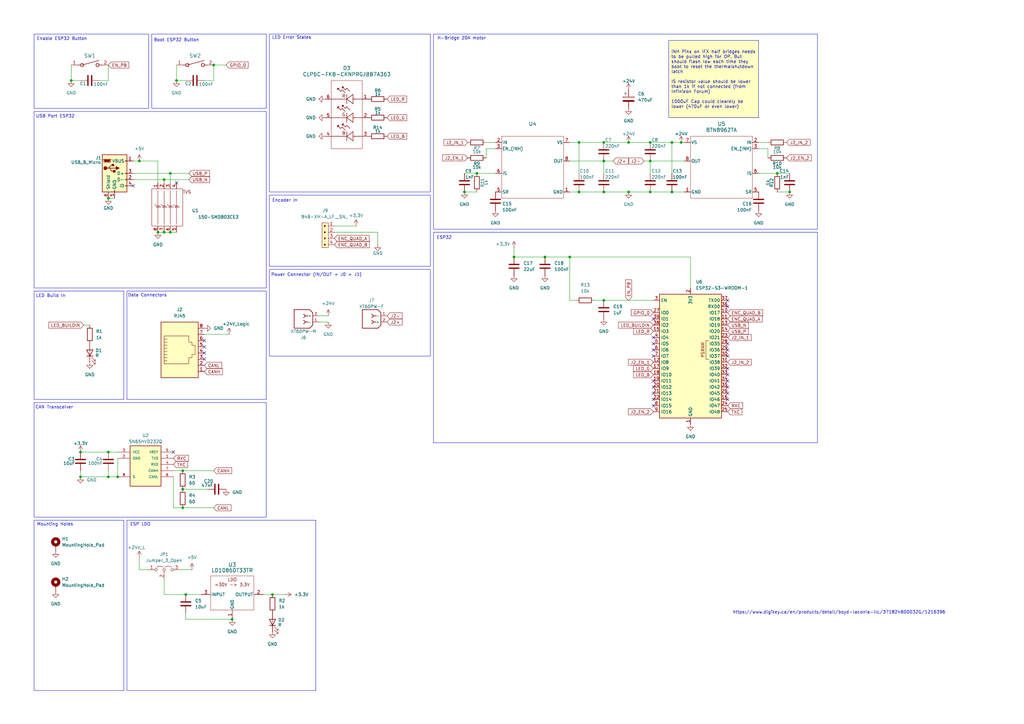
<source format=kicad_sch>
(kicad_sch (version 20231120) (generator "eeschema") (generator_version "8.0")
  (paper "A3")
  (title_block (title "Drive 27A") (rev "3") (company "Philippe Michaud") (comment 1 "REV3: Optimized cooling and changed LDO for 24v or 5v") (comment 2 "REV4: Updated power connector for xt60 and added better ground current carrying capacity"))
  (junction (at 257.81 78.74))
  (junction (at 323.85 78.74))
  (junction (at 247.65 123.19))
  (junction (at 223.52 105.41))
  (junction (at 237.49 78.74))
  (junction (at 74.93 193.04))
  (junction (at 74.93 208.28))
  (junction (at 64.77 95.25))
  (junction (at 33.02 185.42))
  (junction (at 257.81 58.42))
  (junction (at 190.5 78.74))
  (junction (at 266.7 66.04))
  (junction (at 279.4 58.42))
  (junction (at 69.85 95.25))
  (junction (at 48.26 195.58))
  (junction (at 318.77 71.12))
  (junction (at 76.2 243.84))
  (junction (at 237.49 58.42))
  (junction (at 44.45 81.28))
  (junction (at 72.39 33.02))
  (junction (at 275.59 58.42))
  (junction (at 210.82 105.41))
  (junction (at 111.76 243.84))
  (junction (at 29.21 33.02))
  (junction (at 57.15 66.04))
  (junction (at 275.59 78.74))
  (junction (at 67.31 95.25))
  (junction (at 87.63 26.67))
  (junction (at 69.85 71.12))
  (junction (at 195.58 71.12))
  (junction (at 95.25 254))
  (junction (at 266.7 78.74))
  (junction (at 266.7 58.42))
  (junction (at 44.45 185.42))
  (junction (at 33.02 195.58))
  (junction (at 247.65 78.74))
  (junction (at 67.31 73.66))
  (junction (at 233.68 105.41))
  (junction (at 247.65 66.04))
  (junction (at 247.65 58.42))
  (junction (at 44.45 195.58))
  (junction (at 74.93 200.66))
  (no_connect (at 298.45 153.67))
  (no_connect (at 267.97 130.81))
  (no_connect (at 298.45 156.21))
  (no_connect (at 298.45 163.83))
  (no_connect (at 298.45 125.73))
  (no_connect (at 83.82 147.32))
  (no_connect (at 267.97 138.43))
  (no_connect (at 267.97 166.37))
  (no_connect (at 298.45 143.51))
  (no_connect (at 267.97 163.83))
  (no_connect (at 267.97 140.97))
  (no_connect (at 54.61 76.2))
  (no_connect (at 298.45 123.19))
  (no_connect (at 72.39 74.93))
  (no_connect (at 267.97 161.29))
  (no_connect (at 267.97 158.75))
  (no_connect (at 83.82 142.24))
  (no_connect (at 298.45 140.97))
  (no_connect (at 298.45 158.75))
  (no_connect (at 83.82 139.7))
  (no_connect (at 298.45 151.13))
  (no_connect (at 267.97 146.05))
  (no_connect (at 83.82 144.78))
  (no_connect (at 267.97 156.21))
  (no_connect (at 298.45 146.05))
  (no_connect (at 267.97 143.51))
  (no_connect (at 298.45 161.29))
  (no_connect (at 71.12 185.42))
  (wire (pts (xy 29.21 33.02) (xy 33.02 33.02)))
  (wire (pts (xy 92.71 26.67) (xy 87.63 26.67)))
  (wire (pts (xy 67.31 73.66) (xy 77.47 73.66)))
  (wire (pts (xy 243.84 123.19) (xy 247.65 123.19)))
  (wire (pts (xy 69.85 71.12) (xy 69.85 74.93)))
  (wire (pts (xy 87.63 193.04) (xy 74.93 193.04)))
  (wire (pts (xy 283.21 105.41) (xy 283.21 118.11)))
  (wire (pts (xy 266.7 58.42) (xy 275.59 58.42)))
  (wire (pts (xy 275.59 58.42) (xy 279.4 58.42)))
  (wire (pts (xy 190.5 78.74) (xy 195.58 78.74)))
  (wire (pts (xy 195.58 71.12) (xy 203.2 71.12)))
  (wire (pts (xy 76.2 251.46) (xy 76.2 254)))
  (wire (pts (xy 57.15 228.6) (xy 57.15 233.68)))
  (wire (pts (xy 237.49 58.42) (xy 237.49 71.12)))
  (wire (pts (xy 71.12 208.28) (xy 71.12 195.58)))
  (wire (pts (xy 72.39 33.02) (xy 72.39 26.67)))
  (wire (pts (xy 266.7 66.04) (xy 266.7 71.12)))
  (wire (pts (xy 69.85 71.12) (xy 77.47 71.12)))
  (wire (pts (xy 71.12 193.04) (xy 74.93 193.04)))
  (wire (pts (xy 210.82 105.41) (xy 223.52 105.41)))
  (wire (pts (xy 87.63 208.28) (xy 74.93 208.28)))
  (wire (pts (xy 257.81 78.74) (xy 266.7 78.74)))
  (wire (pts (xy 237.49 78.74) (xy 247.65 78.74)))
  (wire (pts (xy 64.77 66.04) (xy 64.77 74.93)))
  (wire (pts (xy 67.31 237.49) (xy 67.31 243.84)))
  (wire (pts (xy 54.61 71.12) (xy 69.85 71.12)))
  (wire (pts (xy 107.95 243.84) (xy 111.76 243.84)))
  (wire (pts (xy 83.82 33.02) (xy 87.63 33.02)))
  (wire (pts (xy 146.05 92.71) (xy 137.16 92.71)))
  (wire (pts (xy 247.65 123.19) (xy 267.97 123.19)))
  (wire (pts (xy 314.96 58.42) (xy 311.15 58.42)))
  (wire (pts (xy 223.52 105.41) (xy 233.68 105.41)))
  (wire (pts (xy 199.39 60.96) (xy 203.2 60.96)))
  (wire (pts (xy 33.02 195.58) (xy 44.45 195.58)))
  (wire (pts (xy 130.81 132.08) (xy 134.62 132.08)))
  (wire (pts (xy 87.63 33.02) (xy 87.63 26.67)))
  (wire (pts (xy 233.68 78.74) (xy 237.49 78.74)))
  (wire (pts (xy 233.68 66.04) (xy 247.65 66.04)))
  (wire (pts (xy 275.59 58.42) (xy 275.59 71.12)))
  (wire (pts (xy 233.68 105.41) (xy 233.68 123.19)))
  (wire (pts (xy 199.39 58.42) (xy 203.2 58.42)))
  (wire (pts (xy 85.09 200.66) (xy 74.93 200.66)))
  (wire (pts (xy 199.39 64.77) (xy 199.39 60.96)))
  (wire (pts (xy 318.77 71.12) (xy 311.15 71.12)))
  (wire (pts (xy 247.65 58.42) (xy 257.81 58.42)))
  (wire (pts (xy 116.84 243.84) (xy 111.76 243.84)))
  (wire (pts (xy 137.16 95.25) (xy 154.94 95.25)))
  (wire (pts (xy 283.21 105.41) (xy 233.68 105.41)))
  (wire (pts (xy 44.45 81.28) (xy 46.99 81.28)))
  (wire (pts (xy 29.21 26.67) (xy 29.21 33.02)))
  (wire (pts (xy 36.83 133.35) (xy 34.29 133.35)))
  (wire (pts (xy 130.81 129.54) (xy 134.62 129.54)))
  (wire (pts (xy 69.85 95.25) (xy 72.39 95.25)))
  (wire (pts (xy 78.74 233.68) (xy 73.66 233.68)))
  (wire (pts (xy 33.02 185.42) (xy 44.45 185.42)))
  (wire (pts (xy 33.02 193.04) (xy 33.02 195.58)))
  (wire (pts (xy 275.59 78.74) (xy 280.67 78.74)))
  (wire (pts (xy 264.16 66.04) (xy 266.7 66.04)))
  (wire (pts (xy 48.26 187.96) (xy 48.26 195.58)))
  (wire (pts (xy 64.77 95.25) (xy 67.31 95.25)))
  (wire (pts (xy 44.45 33.02) (xy 44.45 26.67)))
  (wire (pts (xy 44.45 193.04) (xy 44.45 195.58)))
  (wire (pts (xy 247.65 78.74) (xy 257.81 78.74)))
  (wire (pts (xy 314.96 60.96) (xy 311.15 60.96)))
  (wire (pts (xy 247.65 66.04) (xy 251.46 66.04)))
  (wire (pts (xy 44.45 195.58) (xy 48.26 195.58)))
  (wire (pts (xy 247.65 66.04) (xy 247.65 71.12)))
  (wire (pts (xy 40.64 33.02) (xy 44.45 33.02)))
  (wire (pts (xy 257.81 58.42) (xy 266.7 58.42)))
  (wire (pts (xy 82.55 243.84) (xy 76.2 243.84)))
  (wire (pts (xy 64.77 66.04) (xy 57.15 66.04)))
  (wire (pts (xy 233.68 123.19) (xy 236.22 123.19)))
  (wire (pts (xy 57.15 66.04) (xy 54.61 66.04)))
  (wire (pts (xy 323.85 71.12) (xy 318.77 71.12)))
  (wire (pts (xy 83.82 137.16) (xy 93.98 137.16)))
  (wire (pts (xy 190.5 71.12) (xy 195.58 71.12)))
  (wire (pts (xy 67.31 243.84) (xy 76.2 243.84)))
  (wire (pts (xy 154.94 95.25) (xy 154.94 100.33)))
  (wire (pts (xy 57.15 233.68) (xy 60.96 233.68)))
  (wire (pts (xy 279.4 58.42) (xy 280.67 58.42)))
  (wire (pts (xy 67.31 73.66) (xy 67.31 74.93)))
  (wire (pts (xy 74.93 208.28) (xy 71.12 208.28)))
  (wire (pts (xy 210.82 101.6) (xy 210.82 105.41)))
  (wire (pts (xy 54.61 73.66) (xy 67.31 73.66)))
  (wire (pts (xy 233.68 58.42) (xy 237.49 58.42)))
  (wire (pts (xy 266.7 78.74) (xy 275.59 78.74)))
  (wire (pts (xy 314.96 64.77) (xy 314.96 60.96)))
  (wire (pts (xy 237.49 58.42) (xy 247.65 58.42)))
  (wire (pts (xy 67.31 95.25) (xy 69.85 95.25)))
  (wire (pts (xy 44.45 185.42) (xy 48.26 185.42)))
  (wire (pts (xy 76.2 254) (xy 95.25 254)))
  (wire (pts (xy 266.7 66.04) (xy 280.67 66.04)))
  (wire (pts (xy 323.85 78.74) (xy 318.77 78.74)))
  (wire (pts (xy 76.2 33.02) (xy 72.39 33.02)))
  (rectangle (start 62.23 13.97) (end 109.22 44.45))
  (rectangle (start 13.97 119.38) (end 50.8 163.83))
  (rectangle (start 177.8 95.25) (end 335.28 181.61))
  (rectangle (start 110.49 110.49) (end 176.53 146.05))
  (rectangle (start 110.49 13.97) (end 176.53 78.74))
  (rectangle (start 13.97 213.36) (end 50.8 283.21))
  (rectangle (start 177.8 13.97) (end 335.28 93.98))
  (rectangle (start 13.97 45.72) (end 109.22 118.11))
  (rectangle (start 13.97 13.97) (end 60.96 44.45))
  (rectangle (start 13.97 165.1) (end 109.22 212.09))
  (rectangle (start 52.07 119.38) (end 109.22 163.83))
  (rectangle (start 52.07 213.36) (end 129.54 283.21))
  (rectangle (start 110.49 80.01) (end 176.53 109.22))
  (text_box "INH Pins on IFX half bridges needs to be pulled high for OP. But should flash low each time they boot to reset the thermalshutdown latch\n\nIS resistor value should be lower than 1k if not connected (from Infinieon Forum)\n\n1000uF Cap could clearely be lower (470uF or even lower)" (at 274.32 16.51 0) (size 36.83 31.75) (fill (type color) (color 255 255 194 1)) (effects (font (size 1.27 1.27)) (justify left)))
  (text "Boot ESP32 Button" (at 72.39 16.51 0) (effects (font (size 1.27 1.27))))
  (text "LED Build In" (at 14.732 121.412 0) (effects (font (size 1.27 1.27)) (justify left)))
  (text "Enable ESP32 Button" (at 25.4 16.002 0) (effects (font (size 1.27 1.27))))
  (text "CAN Transceiver" (at 14.478 167.132 0) (effects (font (size 1.27 1.27)) (justify left)))
  (text "Encoder In" (at 116.84 82.296 0) (effects (font (size 1.27 1.27))))
  (text "LED Error States" (at 119.634 15.494 0) (effects (font (size 1.27 1.27))))
  (text "Power Connector (IN/OUT + J0 + J1)" (at 129.794 112.776 0) (effects (font (size 1.27 1.27))))
  (text "ESP LDO" (at 53.34 215.138 0) (effects (font (size 1.27 1.27)) (justify left)))
  (text "Data Connectors" (at 60.452 121.158 0) (effects (font (size 1.27 1.27))))
  (text "H-Bridge 20A motor" (at 179.324 15.748 0) (effects (font (size 1.27 1.27)) (justify left)))
  (text "Mounting Holes" (at 22.606 215.138 0) (effects (font (size 1.27 1.27))))
  (text "USB Port ESP32" (at 14.732 47.752 0) (effects (font (size 1.27 1.27)) (justify left)))
  (text "https://www.digikey.ca/en/products/detail/boyd-laconia-llc/371824B00032G/1216396" (at 300.482 251.206 0) (effects (font (size 1.27 1.27)) (justify left)))
  (text "ESP32" (at 179.07 97.536 0) (effects (font (size 1.27 1.27)) (justify left)))
  (global_label "LED_B" (shape input) (at 267.97 153.67 180) (property "Intersheetrefs" "${INTERSHEET_REFS}" (effects (hide yes))))
  (global_label "CANH" (shape input) (at 83.82 152.4 0) (property "Intersheetrefs" "${INTERSHEET_REFS}" (effects (hide yes))))
  (global_label "ENC_QUAD_A" (shape input) (at 298.45 130.81 0) (property "Intersheetrefs" "${INTERSHEET_REFS}" (effects (hide yes))))
  (global_label "J2+" (shape input) (at 251.46 66.04 0) (property "Intersheetrefs" "${INTERSHEET_REFS}" (effects (hide yes))))
  (global_label "J2_EN_1" (shape input) (at 267.97 148.59 180) (property "Intersheetrefs" "${INTERSHEET_REFS}" (effects (hide yes))))
  (global_label "LED_B" (shape input) (at 158.75 55.88 0) (property "Intersheetrefs" "${INTERSHEET_REFS}" (effects (hide yes))))
  (global_label "J2_EN_2" (shape input) (at 322.58 64.77 0) (property "Intersheetrefs" "${INTERSHEET_REFS}" (effects (hide yes))))
  (global_label "LED_G" (shape input) (at 267.97 151.13 180) (property "Intersheetrefs" "${INTERSHEET_REFS}" (effects (hide yes))))
  (global_label "J2_IN_1" (shape input) (at 191.77 58.42 180) (property "Intersheetrefs" "${INTERSHEET_REFS}" (effects (hide yes))))
  (global_label "J2-" (shape input) (at 264.16 66.04 180) (property "Intersheetrefs" "${INTERSHEET_REFS}" (effects (hide yes))))
  (global_label "J2_IN_1" (shape input) (at 298.45 138.43 0) (property "Intersheetrefs" "${INTERSHEET_REFS}" (effects (hide yes))))
  (global_label "RXC" (shape input) (at 298.45 166.37 0) (property "Intersheetrefs" "${INTERSHEET_REFS}" (effects (hide yes))))
  (global_label "USB_N" (shape input) (at 298.45 133.35 0) (property "Intersheetrefs" "${INTERSHEET_REFS}" (effects (hide yes))))
  (global_label "USB_P" (shape input) (at 77.47 71.12 0) (property "Intersheetrefs" "${INTERSHEET_REFS}" (effects (hide yes))))
  (global_label "CANL" (shape input) (at 83.82 149.86 0) (property "Intersheetrefs" "${INTERSHEET_REFS}" (effects (hide yes))))
  (global_label "CANH" (shape input) (at 87.63 193.04 0) (property "Intersheetrefs" "${INTERSHEET_REFS}" (effects (hide yes))))
  (global_label "GPIO_0" (shape input) (at 92.71 26.67 0) (property "Intersheetrefs" "${INTERSHEET_REFS}" (effects (hide yes))))
  (global_label "GPIO_0" (shape input) (at 267.97 128.27 180) (property "Intersheetrefs" "${INTERSHEET_REFS}" (effects (hide yes))))
  (global_label "LED_BUILDIN" (shape input) (at 34.29 133.35 180) (property "Intersheetrefs" "${INTERSHEET_REFS}" (effects (hide yes))))
  (global_label "TXC" (shape input) (at 71.12 190.5 0) (property "Intersheetrefs" "${INTERSHEET_REFS}" (effects (hide yes))))
  (global_label "USB_N" (shape input) (at 77.47 73.66 0) (property "Intersheetrefs" "${INTERSHEET_REFS}" (effects (hide yes))))
  (global_label "EN_PB" (shape input) (at 44.45 26.67 0) (property "Intersheetrefs" "${INTERSHEET_REFS}" (effects (hide yes))))
  (global_label "J2_IN_2" (shape input) (at 298.45 148.59 0) (property "Intersheetrefs" "${INTERSHEET_REFS}" (effects (hide yes))))
  (global_label "EN_PB" (shape input) (at 257.81 123.19 90) (property "Intersheetrefs" "${INTERSHEET_REFS}" (effects (hide yes))))
  (global_label "J2_EN_2" (shape input) (at 267.97 168.91 180) (property "Intersheetrefs" "${INTERSHEET_REFS}" (effects (hide yes))))
  (global_label "ENC_QUAD_A" (shape input) (at 137.16 97.79 0) (property "Intersheetrefs" "${INTERSHEET_REFS}" (effects (hide yes))))
  (global_label "LED_R" (shape input) (at 267.97 135.89 180) (property "Intersheetrefs" "${INTERSHEET_REFS}" (effects (hide yes))))
  (global_label "J2_IN_2" (shape input) (at 322.58 58.42 0) (property "Intersheetrefs" "${INTERSHEET_REFS}" (effects (hide yes))))
  (global_label "RXC" (shape input) (at 71.12 187.96 0) (property "Intersheetrefs" "${INTERSHEET_REFS}" (effects (hide yes))))
  (global_label "TXC" (shape input) (at 298.45 168.91 0) (property "Intersheetrefs" "${INTERSHEET_REFS}" (effects (hide yes))))
  (global_label "J2-" (shape input) (at 158.75 129.54 0) (property "Intersheetrefs" "${INTERSHEET_REFS}" (effects (hide yes))))
  (global_label "LED_BUILDIN" (shape input) (at 267.97 133.35 180) (property "Intersheetrefs" "${INTERSHEET_REFS}" (effects (hide yes))))
  (global_label "ENC_QUAD_B" (shape input) (at 298.45 128.27 0) (property "Intersheetrefs" "${INTERSHEET_REFS}" (effects (hide yes))))
  (global_label "J2_EN_1" (shape input) (at 191.77 64.77 180) (property "Intersheetrefs" "${INTERSHEET_REFS}" (effects (hide yes))))
  (global_label "USB_P" (shape input) (at 298.45 135.89 0) (property "Intersheetrefs" "${INTERSHEET_REFS}" (effects (hide yes))))
  (global_label "LED_G" (shape input) (at 158.75 48.26 0) (property "Intersheetrefs" "${INTERSHEET_REFS}" (effects (hide yes))))
  (global_label "CANL" (shape input) (at 87.63 208.28 0) (property "Intersheetrefs" "${INTERSHEET_REFS}" (effects (hide yes))))
  (global_label "LED_R" (shape input) (at 158.75 40.64 0) (property "Intersheetrefs" "${INTERSHEET_REFS}" (effects (hide yes))))
  (global_label "ENC_QUAD_B" (shape input) (at 137.16 100.33 0) (property "Intersheetrefs" "${INTERSHEET_REFS}" (effects (hide yes))))
  (global_label "J2+" (shape input) (at 158.75 132.08 0) (property "Intersheetrefs" "${INTERSHEET_REFS}" (effects (hide yes))))
  (symbol (lib_id "power:GND") (at 29.21 33.02 0) (unit 1)
    (property "Reference" "#PWR01" (effects (hide yes)))
    (property "Value" "GND" (at 29.21 38.1 0))
    (property "Description" "Power symbol creates a global label with name \"GND\" , ground" (effects (hide yes)))
  )
  (symbol (lib_id "power:+3.3V") (at 116.84 243.84 270) (unit 1)
    (property "Reference" "#PWR015" (effects (hide yes)))
    (property "Value" "+3.3V" (at 120.65 243.8399 90) (effects (justify left)))
    (property "Description" "Power symbol creates a global label with name \"+3.3V\"" (effects (hide yes)))
  )
  (symbol (lib_id "Jumper:Jumper_3_Open") (at 67.31 233.68 0) (unit 1) (exclude_from_sim yes) (in_bom no)
    (property "Reference" "JP1" (at 67.31 227.33 0))
    (property "Value" "Jumper_3_Open" (at 67.31 229.87 0))
    (property "Footprint" "Connector_PinHeader_2.54mm:PinHeader_1x03_P2.54mm_Vertical" (effects (hide yes)))
    (property "Description" "Jumper, 3-pole, both open" (effects (hide yes)))
  )
  (symbol (lib_id "Device:C") (at 190.5 74.93 0) (unit 1)
    (property "Reference" "C9" (at 190.754 70.104 0) (effects (justify left)))
    (property "Value" "1nF" (at 190.754 72.644 0) (effects (justify left)))
    (property "Footprint" "Capacitor_SMD:C_0805_2012Metric_Pad1.18x1.45mm_HandSolder" (effects (hide yes)))
    (property "Description" "Unpolarized capacitor, 24V" (effects (hide yes)))
    (property "LCSC" "C46553" (effects (hide yes)))
  )
  (symbol (lib_id "power:+3.3V") (at 146.05 92.71 0) (unit 1)
    (property "Reference" "#PWR013" (effects (hide yes)))
    (property "Value" "+3.3V" (at 146.05 88.392 0))
    (property "Description" "Power symbol creates a global label with name \"+3.3V\"" (effects (hide yes)))
  )
  (symbol (lib_id "power:GND") (at 64.77 95.25 0) (unit 1)
    (property "Reference" "#PWR05" (effects (hide yes)))
    (property "Value" "GND" (at 64.77 100.33 0))
    (property "Description" "Power symbol creates a global label with name \"GND\" , ground" (effects (hide yes)))
  )
  (symbol (lib_id "power:GND") (at 133.35 48.26 270) (unit 1)
    (property "Reference" "#PWR028" (effects (hide yes)))
    (property "Value" "GND" (at 129.54 48.2599 90) (effects (justify right)))
    (property "Description" "Power symbol creates a global label with name \"GND\" , ground" (effects (hide yes)))
  )
  (symbol (lib_id "Custom:TVS_-_150-SMDB03CE3/TR7TR-ND") (at 68.58 85.09 0) (unit 1)
    (property "Reference" "U1" (at 78.74 86.36 0) (effects (justify left)))
    (property "Value" "150-SMDB03CE3" (at 81.28 89.01 0) (effects (justify left)))
    (property "Footprint" "Package_SO:SOIC-8-1EP_3.9x4.9mm_P1.27mm_EP2.29x3mm" (effects (hide yes)))
    (property "Datasheet" "150-SMDB03CE3/TR7TR-ND" (effects (hide yes)))
    (property "LCSC" "C1973174" (effects (hide yes)))
  )
  (symbol (lib_id "Device:LED") (at 111.76 255.27 90) (unit 1)
    (property "Reference" "D2" (at 114.046 254.254 90) (effects (justify right)))
    (property "Value" "R" (at 114.046 256.286 90) (effects (justify right)))
    (property "Footprint" "LED_SMD:LED_0805_2012Metric_Pad1.15x1.40mm_HandSolder" (effects (hide yes)))
    (property "Datasheet" "https://www.we-online.com/components/products/datasheet/150080SS75000.pdf" (effects (hide yes)))
    (property "Description" "Light emitting diode | 150080SS75000" (effects (hide yes)))
    (property "LCSC" "C19171391" (effects (hide yes)))
  )
  (symbol (lib_id "power:+5V") (at 57.15 66.04 0) (unit 1)
    (property "Reference" "#PWR03" (effects (hide yes)))
    (property "Value" "+5V" (at 57.15 60.96 0))
    (property "Description" "Power symbol creates a global label with name \"+5V\"" (effects (hide yes)))
  )
  (symbol (lib_id "Device:R") (at 240.03 123.19 90) (unit 1)
    (property "Reference" "R13" (at 240.03 116.84 90))
    (property "Value" "10k" (at 240.03 119.38 90))
    (property "Footprint" "Resistor_SMD:R_0805_2012Metric_Pad1.20x1.40mm_HandSolder" (effects (hide yes)))
    (property "Description" "Resistor" (effects (hide yes)))
    (property "LCSC" "C25612" (effects (hide yes)))
  )
  (symbol (lib_id "Custom:XT60PM-F") (at 152.4 124.46 0) (unit 1)
    (property "Reference" "J7" (at 152.4 123.19 0))
    (property "Value" "XT60PW-F" (at 152.4 125.73 0))
    (property "Footprint" "Connector_AMASS:AMASS_XT60PW-F_1x02_P7.20mm_Horizontal" (effects (hide yes)))
    (property "LCSC" "C428722" (effects (hide yes)))
  )
  (symbol (lib_id "power:GND") (at 223.52 113.03 0) (unit 1)
    (property "Reference" "#PWR049" (effects (hide yes)))
    (property "Value" "GND" (at 223.52 118.11 0))
    (property "Description" "Power symbol creates a global label with name \"GND\" , ground" (effects (hide yes)))
  )
  (symbol (lib_id "power:GND") (at 210.82 113.03 0) (unit 1)
    (property "Reference" "#PWR048" (effects (hide yes)))
    (property "Value" "GND" (at 210.82 118.11 0))
    (property "Description" "Power symbol creates a global label with name \"GND\" , ground" (effects (hide yes)))
  )
  (symbol (lib_id "Device:C") (at 44.45 189.23 0) (unit 1)
    (property "Reference" "C4" (at 39.37 188.214 0) (effects (justify left)))
    (property "Value" "100nF" (at 36.068 189.992 0) (effects (justify left)))
    (property "Footprint" "Capacitor_SMD:C_0805_2012Metric_Pad1.18x1.45mm_HandSolder" (effects (hide yes)))
    (property "Description" "Unpolarized capacitor" (effects (hide yes)))
    (property "LCSC" " C111492" (effects (hide yes)))
  )
  (symbol (lib_id "Device:C") (at 237.49 74.93 0) (unit 1)
    (property "Reference" "C10" (at 237.744 70.104 0) (effects (justify left)))
    (property "Value" "100nF" (at 237.744 72.644 0) (effects (justify left)))
    (property "Footprint" "Capacitor_SMD:C_0805_2012Metric_Pad1.18x1.45mm_HandSolder" (effects (hide yes)))
    (property "Description" "Unpolarized capacitor, 24V" (effects (hide yes)))
    (property "LCSC" " C111492" (effects (hide yes)))
  )
  (symbol (lib_id "Device:C") (at 247.65 127 0) (unit 1)
    (property "Reference" "C19" (at 251.46 125.7299 0) (effects (justify left)))
    (property "Value" "1uF" (at 251.46 128.2699 0) (effects (justify left)))
    (property "Footprint" "Capacitor_SMD:C_0805_2012Metric_Pad1.18x1.45mm_HandSolder" (effects (hide yes)))
    (property "Description" "Unpolarized capacitor" (effects (hide yes)))
    (property "LCSC" "C77079" (effects (hide yes)))
  )
  (symbol (lib_id "Mechanical:MountingHole_Pad") (at 22.86 240.03 0) (unit 1) (exclude_from_sim yes) (in_bom no)
    (property "Reference" "H2" (at 25.4 237.4899 0) (effects (justify left)))
    (property "Value" "MountingHole_Pad" (at 25.4 240.0299 0) (effects (justify left)))
    (property "Footprint" "MountingHole:MountingHole_3.2mm_M3_DIN965_Pad_TopBottom" (effects (hide yes)))
    (property "Description" "Mounting Hole with connection" (effects (hide yes)))
  )
  (symbol (lib_id "Device:C") (at 33.02 189.23 0) (unit 1)
    (property "Reference" "C3" (at 27.94 188.214 0) (effects (justify left)))
    (property "Value" "10uF" (at 25.908 189.992 0) (effects (justify left)))
    (property "Footprint" "Capacitor_SMD:C_0805_2012Metric_Pad1.18x1.45mm_HandSolder" (effects (hide yes)))
    (property "Description" "Unpolarized capacitor" (effects (hide yes)))
    (property "LCSC" "C440198" (effects (hide yes)))
  )
  (symbol (lib_id "power:+7.5V") (at 33.02 185.42 0) (unit 1)
    (property "Reference" "#PWR012" (effects (hide yes)))
    (property "Value" "+3.3V" (at 33.02 181.864 0))
    (property "Description" "Power symbol creates a global label with name \"+7.5V\"" (effects (hide yes)))
  )
  (symbol (lib_id "Device:LED") (at 36.83 144.78 90) (unit 1)
    (property "Reference" "D1" (at 39.116 143.764 90) (effects (justify right)))
    (property "Value" "R" (at 39.116 145.796 90) (effects (justify right)))
    (property "Footprint" "LED_SMD:LED_0805_2012Metric_Pad1.15x1.40mm_HandSolder" (effects (hide yes)))
    (property "Datasheet" "https://www.we-online.com/components/products/datasheet/150080SS75000.pdf" (effects (hide yes)))
    (property "Description" "Light emitting diode | 150080SS75000" (effects (hide yes)))
    (property "LCSC" "C19171391" (effects (hide yes)))
  )
  (symbol (lib_id "RF_Module:ESP32-S3-WROOM-1") (at 283.21 146.05 0) (unit 1)
    (property "Reference" "U6" (at 285.4041 115.57 0) (effects (justify left)))
    (property "Value" "ESP32-S3-WROOM-1" (at 285.4041 118.11 0) (effects (justify left)))
    (property "Footprint" "RF_Module:ESP32-S3-WROOM-1" (effects (hide yes)))
    (property "Datasheet" "https://www.espressif.com/sites/default/files/documentation/esp32-s3-wroom-1_wroom-1u_datasheet_en.pdf" (effects (hide yes)))
    (property "Description" "RF Module, ESP32-S3 SoC, Wi-Fi 802.11b/g/n, Bluetooth, BLE, 32-bit, 3.3V, onboard antenna, SMD" (effects (hide yes)))
    (property "LCSC" "C2980297" (effects (hide yes)))
  )
  (symbol (lib_id "power:GND") (at 44.45 81.28 0) (unit 1)
    (property "Reference" "#PWR04" (effects (hide yes)))
    (property "Value" "GND" (at 44.45 85.344 0))
    (property "Description" "Power symbol creates a global label with name \"GND\" , ground" (effects (hide yes)))
  )
  (symbol (lib_id "power:GND") (at 83.82 134.62 90) (unit 1)
    (property "Reference" "#PWR09" (effects (hide yes)))
    (property "Value" "GND" (at 87.63 134.6199 90) (effects (justify right)))
    (property "Description" "Power symbol creates a global label with name \"GND\" , ground" (effects (hide yes)))
  )
  (symbol (lib_id "TS09_63_25_WT_160_SMT_TR:TS09-63-25-WT-160-SMT-TR") (at 72.39 26.67 0) (unit 1)
    (property "Reference" "SW2" (at 80.01 22.86 0) (effects (font (size 1.524 1.524))))
    (property "Value" "TS09-63-25-WT-160-SMT-TR" (effects (hide yes)))
    (property "Footprint" "TS09_63_25_WT_160_SMT_TR:SW_TS09-63-25_CUD" (effects (hide yes)))
    (property "Datasheet" "TS09-63-25-WT-160-SMT-TR" (effects (hide yes)))
    (property "LCSC" "C455236" (effects (hide yes)))
  )
  (symbol (lib_id "power:GND") (at 190.5 78.74 0) (mirror y) (unit 1)
    (property "Reference" "#PWR042" (effects (hide yes)))
    (property "Value" "GND" (at 190.5 83.82 0))
    (property "Description" "Power symbol creates a global label with name \"GND\" , ground" (effects (hide yes)))
  )
  (symbol (lib_id "power:GND") (at 323.85 78.74 0) (unit 1)
    (property "Reference" "#PWR044" (effects (hide yes)))
    (property "Value" "GND" (at 323.85 83.82 0))
    (property "Description" "Power symbol creates a global label with name \"GND\" , ground" (effects (hide yes)))
  )
  (symbol (lib_id "power:+7.5V") (at 279.4 58.42 0) (mirror y) (unit 1)
    (property "Reference" "#PWR041" (effects (hide yes)))
    (property "Value" "+24V" (at 279.4 54.864 0))
    (property "Description" "Power symbol creates a global label with name \"+7.5V\"" (effects (hide yes)))
  )
  (symbol (lib_id "Device:R") (at 154.94 55.88 90) (unit 1)
    (property "Reference" "R14" (at 154.94 52.324 90))
    (property "Value" "1k" (at 154.94 53.848 90))
    (property "Footprint" "Resistor_SMD:R_0805_2012Metric_Pad1.20x1.40mm_HandSolder" (effects (hide yes)))
    (property "Description" "Resistor" (effects (hide yes)))
    (property "LCSC" "C75245" (effects (hide yes)))
  )
  (symbol (lib_id "TJA1050T_CM_118:TJA1050T_CM_118") (at 59.69 190.5 0) (unit 1)
    (property "Reference" "U2" (at 59.69 178.562 0))
    (property "Value" "SN65HVD232Q" (at 59.69 181.102 0))
    (property "Footprint" "TJA1050T_CM_118:SOIC127P600X175-8N" (effects (hide yes)))
    (property "PARTREV" "4" (effects (hide yes)))
    (property "STANDARD" "IPC 7351B" (effects (hide yes)))
    (property "MAXIMUM_PACKAGE_HEIGHT" "1.75 mm" (effects (hide yes)))
    (property "MANUFACTURER" "NXP USA" (effects (hide yes)))
    (property "LCSC" "C130019" (effects (hide yes)))
  )
  (symbol (lib_id "Custom:XT60PM-M") (at 124.46 137.16 0) (mirror x) (unit 1)
    (property "Reference" "J6" (at 124.46 138.43 0))
    (property "Value" "XT60PW-M" (at 124.46 135.89 0))
    (property "Footprint" "Connector_AMASS:AMASS_XT60PW-M_1x02_P7.20mm_Horizontal" (effects (hide yes)))
    (property "LCSC" "C98732" (effects (hide yes)))
  )
  (symbol (lib_id "Device:R") (at 154.94 48.26 90) (unit 1)
    (property "Reference" "R5" (at 154.94 44.704 90))
    (property "Value" "1k" (at 154.94 46.228 90))
    (property "Footprint" "Resistor_SMD:R_0805_2012Metric_Pad1.20x1.40mm_HandSolder" (effects (hide yes)))
    (property "Description" "Resistor" (effects (hide yes)))
    (property "LCSC" "C75245" (effects (hide yes)))
  )
  (symbol (lib_id "Device:R") (at 36.83 137.16 180) (unit 1)
    (property "Reference" "R1" (at 39.37 135.8899 0) (effects (justify right)))
    (property "Value" "1k" (at 39.37 138.4299 0) (effects (justify right)))
    (property "Footprint" "Resistor_SMD:R_0805_2012Metric_Pad1.20x1.40mm_HandSolder" (effects (hide yes)))
    (property "Description" "Resistor" (effects (hide yes)))
    (property "LCSC" "C75245" (effects (hide yes)))
  )
  (symbol (lib_id "power:+7.5V") (at 257.81 58.42 0) (unit 1)
    (property "Reference" "#PWR040" (effects (hide yes)))
    (property "Value" "+24V" (at 257.81 54.864 0))
    (property "Description" "Power symbol creates a global label with name \"+7.5V\"" (effects (hide yes)))
  )
  (symbol (lib_id "Device:R") (at 195.58 74.93 0) (mirror y) (unit 1)
    (property "Reference" "R11" (at 197.866 74.93 90))
    (property "Value" "1k" (at 199.39 74.93 90))
    (property "Footprint" "Resistor_SMD:R_0805_2012Metric_Pad1.20x1.40mm_HandSolder" (effects (hide yes)))
    (property "Description" "Resistor" (effects (hide yes)))
    (property "LCSC" "C75245" (effects (hide yes)))
  )
  (symbol (lib_id "power:GND") (at 133.35 55.88 270) (unit 1)
    (property "Reference" "#PWR029" (effects (hide yes)))
    (property "Value" "GND" (at 129.54 55.8799 90) (effects (justify right)))
    (property "Description" "Power symbol creates a global label with name \"GND\" , ground" (effects (hide yes)))
  )
  (symbol (lib_id "power:GND") (at 154.94 100.33 0) (unit 1)
    (property "Reference" "#PWR033" (effects (hide yes)))
    (property "Value" "GND" (at 152.908 103.886 0) (effects (justify left)))
    (property "Description" "Power symbol creates a global label with name \"GND\" , ground" (effects (hide yes)))
  )
  (symbol (lib_id "Device:C") (at 266.7 74.93 0) (unit 1)
    (property "Reference" "C12" (at 267.208 70.104 0) (effects (justify left)))
    (property "Value" "220nF" (at 267.208 72.644 0) (effects (justify left)))
    (property "Footprint" "Capacitor_SMD:C_0805_2012Metric_Pad1.18x1.45mm_HandSolder" (effects (hide yes)))
    (property "Description" "Unpolarized capacitor, 24V" (effects (hide yes)))
    (property "LCSC" "C86042" (effects (hide yes)))
  )
  (symbol (lib_id "power:GND") (at 247.65 130.81 0) (unit 1)
    (property "Reference" "#PWR050" (effects (hide yes)))
    (property "Value" "GND" (at 247.65 135.89 0))
    (property "Description" "Power symbol creates a global label with name \"GND\" , ground" (effects (hide yes)))
  )
  (symbol (lib_id "Device:C") (at 247.65 74.93 0) (unit 1)
    (property "Reference" "C11" (at 248.158 70.104 0) (effects (justify left)))
    (property "Value" "220nF" (at 248.158 72.644 0) (effects (justify left)))
    (property "Footprint" "Capacitor_SMD:C_0805_2012Metric_Pad1.18x1.45mm_HandSolder" (effects (hide yes)))
    (property "Description" "Unpolarized capacitor, 24V" (effects (hide yes)))
    (property "LCSC" "C86042" (effects (hide yes)))
  )
  (symbol (lib_id "Device:C") (at 203.2 82.55 0) (unit 1)
    (property "Reference" "C15" (at 205.994 83.566 0) (effects (justify left)))
    (property "Value" "100nF" (at 205.994 86.106 0) (effects (justify left)))
    (property "Footprint" "Capacitor_SMD:C_0805_2012Metric_Pad1.18x1.45mm_HandSolder" (effects (hide yes)))
    (property "Description" "Unpolarized capacitor, 24V" (effects (hide yes)))
    (property "LCSC" " C111492" (effects (hide yes)))
  )
  (symbol (lib_id "dk_Rectangular-Connectors-Headers-Male-Pins:B4B-XH-A_LF__SN_") (at 134.62 92.71 270) (unit 1)
    (property "Reference" "J9" (at 133.35 86.36 90))
    (property "Value" "B4B-XH-A_LF__SN_" (at 133.096 88.9 90))
    (property "Footprint" "Connector_JST:JST_PH_B4B-PH-SM4-TB_1x04-1MP_P2.00mm_Vertical" (effects (hide yes)))
    (property "Datasheet" "http://www.jst-mfg.com/product/pdf/eng/eXH.pdf" (effects (hide yes)))
    (property "Description" "CONN HEADER VERT 4POS 2.5MM" (effects (hide yes)))
    (property "MPN" "B4B-XH-A(LF)(SN)" (effects (hide yes)))
    (property "Category" "Connectors, Interconnects" (effects (hide yes)))
    (property "Family" "Rectangular Connectors - Headers, Male Pins" (effects (hide yes)))
    (property "DK_Datasheet_Link" "http://www.jst-mfg.com/product/pdf/eng/eXH.pdf" (effects (hide yes)))
    (property "DK_Detail_Page" "/product-detail/en/jst-sales-america-inc/B4B-XH-A(LF)(SN)/455-2249-ND/1651047" (effects (hide yes)))
    (property "Description_1" "CONN HEADER VERT 4POS 2.5MM" (effects (hide yes)))
    (property "Manufacturer" "JST Sales America Inc." (effects (hide yes)))
    (property "Status" "Active" (effects (hide yes)))
    (property "LCSC" "C157999" (effects (hide yes)))
  )
  (symbol (lib_id "Device:C") (at 275.59 74.93 0) (unit 1)
    (property "Reference" "C13" (at 275.844 70.104 0) (effects (justify left)))
    (property "Value" "100nF" (at 275.844 72.644 0) (effects (justify left)))
    (property "Footprint" "Capacitor_SMD:C_0805_2012Metric_Pad1.18x1.45mm_HandSolder" (effects (hide yes)))
    (property "Description" "Unpolarized capacitor, 24V" (effects (hide yes)))
    (property "LCSC" " C111492" (effects (hide yes)))
  )
  (symbol (lib_id "2024-04-18_22-38-51:IFX007TAUMA1") (at 295.91 49.53 0) (mirror y) (unit 1)
    (property "Reference" "U5" (at 295.91 50.8 0) (effects (font (size 1.524 1.524))))
    (property "Value" "BTN8962TA" (at 295.91 53.34 0) (effects (font (size 1.524 1.524))))
    (property "Footprint" "footprints:PG-TO263-7-1_INF-M" (effects (hide yes)))
    (property "LCSC" "C534738" (effects (hide yes)))
  )
  (symbol (lib_id "power:GND") (at 134.62 132.08 0) (unit 1)
    (property "Reference" "#PWR035" (effects (hide yes)))
    (property "Value" "GND" (at 134.62 137.16 0))
    (property "Description" "Power symbol creates a global label with name \"GND\" , ground" (effects (hide yes)))
  )
  (symbol (lib_id "Mechanical:MountingHole_Pad") (at 22.86 223.52 0) (unit 1) (exclude_from_sim yes) (in_bom no)
    (property "Reference" "H1" (at 25.4 220.9799 0) (effects (justify left)))
    (property "Value" "MountingHole_Pad" (at 25.4 223.5199 0) (effects (justify left)))
    (property "Footprint" "MountingHole:MountingHole_3.2mm_M3_DIN965_Pad_TopBottom" (effects (hide yes)))
    (property "Description" "Mounting Hole with connection" (effects (hide yes)))
  )
  (symbol (lib_id "Device:R") (at 318.77 58.42 90) (unit 1)
    (property "Reference" "R8" (at 318.77 60.706 90))
    (property "Value" "10k" (at 318.77 62.23 90))
    (property "Footprint" "Resistor_SMD:R_0805_2012Metric_Pad1.20x1.40mm_HandSolder" (effects (hide yes)))
    (property "Description" "Resistor" (effects (hide yes)))
    (property "LCSC" "C25612" (effects (hide yes)))
  )
  (symbol (lib_id "Device:C_Polarized") (at 257.81 40.64 0) (unit 1)
    (property "Reference" "C6" (at 261.62 38.4809 0) (effects (justify left)))
    (property "Value" "470uF" (at 261.62 41.0209 0) (effects (justify left)))
    (property "Footprint" "Capacitor_THT:CP_Radial_D12.5mm_P5.00mm" (effects (hide yes)))
    (property "Description" "ECA-1HM102 | EKZE500ETD471MK20S" (effects (hide yes)))
    (property "LCSC" "C165494" (effects (hide yes)))
  )
  (symbol (lib_id "Device:R") (at 111.76 247.65 180) (unit 1)
    (property "Reference" "R2" (at 114.3 246.3799 0) (effects (justify right)))
    (property "Value" "1k" (at 114.3 248.9199 0) (effects (justify right)))
    (property "Footprint" "Resistor_SMD:R_0805_2012Metric_Pad1.20x1.40mm_HandSolder" (effects (hide yes)))
    (property "Description" "Resistor" (effects (hide yes)))
    (property "LCSC" "C75245" (effects (hide yes)))
  )
  (symbol (lib_id "power:GND") (at 92.71 200.66 0) (unit 1)
    (property "Reference" "#PWR020" (effects (hide yes)))
    (property "Value" "GND" (at 95.25 201.9299 0) (effects (justify left)))
    (property "Description" "Power symbol creates a global label with name \"GND\" , ground" (effects (hide yes)))
  )
  (symbol (lib_id "power:+5V") (at 78.74 233.68 0) (unit 1)
    (property "Reference" "#PWR014" (effects (hide yes)))
    (property "Value" "+5V" (at 78.74 228.6 0))
    (property "Description" "Power symbol creates a global label with name \"+5V\"" (effects (hide yes)))
  )
  (symbol (lib_id "2024-03-24_23-57-39:CLP6C-FKB-CKNPRGJBB7A363") (at 151.13 40.64 0) (mirror y) (unit 1)
    (property "Reference" "D3" (at 142.24 27.94 0) (effects (font (size 1.524 1.524))))
    (property "Value" "CLP6C-FKB-CKNPRGJBB7A363" (at 142.24 30.48 0) (effects (font (size 1.524 1.524))))
    (property "Footprint" "CLP6C-FKB-CKNPRGJBB7A363:CLP6C-FKB-CKNPRGJBB7A363_CRE" (effects (hide yes)))
    (property "Datasheet" "CLP6C-FKB-CKNPRGJBB7A363" (effects (hide yes)))
    (property "LCSC" "C7107714" (effects (hide yes)))
  )
  (symbol (lib_id "Device:C") (at 247.65 62.23 0) (unit 1)
    (property "Reference" "C7" (at 248.158 57.404 0) (effects (justify left)))
    (property "Value" "220nF" (at 248.158 59.944 0) (effects (justify left)))
    (property "Footprint" "Capacitor_SMD:C_0805_2012Metric_Pad1.18x1.45mm_HandSolder" (effects (hide yes)))
    (property "Description" "Unpolarized capacitor, 24V" (effects (hide yes)))
    (property "LCSC" "C86042" (effects (hide yes)))
  )
  (symbol (lib_id "power:GND") (at 283.21 173.99 0) (unit 1)
    (property "Reference" "#PWR051" (effects (hide yes)))
    (property "Value" "GND" (at 283.21 179.07 0))
    (property "Description" "Power symbol creates a global label with name \"GND\" , ground" (effects (hide yes)))
  )
  (symbol (lib_id "Device:R") (at 318.77 64.77 90) (unit 1)
    (property "Reference" "R10" (at 318.77 67.056 90))
    (property "Value" "10k" (at 318.77 68.58 90))
    (property "Footprint" "Resistor_SMD:R_0805_2012Metric_Pad1.20x1.40mm_HandSolder" (effects (hide yes)))
    (property "Description" "Resistor" (effects (hide yes)))
    (property "LCSC" "C25612" (effects (hide yes)))
  )
  (symbol (lib_id "power:GND") (at 22.86 226.06 0) (unit 1)
    (property "Reference" "#PWR010" (effects (hide yes)))
    (property "Value" "GND" (at 22.86 231.14 0))
    (property "Description" "Power symbol creates a global label with name \"GND\" , ground" (effects (hide yes)))
  )
  (symbol (lib_id "Device:R") (at 74.93 204.47 180) (unit 1)
    (property "Reference" "R4" (at 77.47 203.1999 0) (effects (justify right)))
    (property "Value" "60" (at 77.47 205.7399 0) (effects (justify right)))
    (property "Footprint" "Resistor_SMD:R_0805_2012Metric_Pad1.20x1.40mm_HandSolder" (effects (hide yes)))
    (property "Description" "Resistor" (effects (hide yes)))
    (property "LCSC" "C2767521" (effects (hide yes)))
  )
  (symbol (lib_id "Device:R") (at 74.93 196.85 180) (unit 1)
    (property "Reference" "R3" (at 77.47 195.5799 0) (effects (justify right)))
    (property "Value" "60" (at 77.47 198.1199 0) (effects (justify right)))
    (property "Footprint" "Resistor_SMD:R_0805_2012Metric_Pad1.20x1.40mm_HandSolder" (effects (hide yes)))
    (property "Description" "Resistor" (effects (hide yes)))
    (property "LCSC" "C2767521" (effects (hide yes)))
  )
  (symbol (lib_id "Device:C") (at 36.83 33.02 90) (unit 1)
    (property "Reference" "C1" (at 34.036 34.29 90))
    (property "Value" "100nF" (at 41.402 34.544 90))
    (property "Footprint" "Capacitor_SMD:C_0805_2012Metric_Pad1.18x1.45mm_HandSolder" (effects (hide yes)))
    (property "Description" "Unpolarized capacitor" (effects (hide yes)))
    (property "LCSC" " C111492" (effects (hide yes)))
  )
  (symbol (lib_id "power:GND") (at 111.76 259.08 0) (unit 1)
    (property "Reference" "#PWR018" (effects (hide yes)))
    (property "Value" "GND" (at 111.76 264.16 0))
    (property "Description" "Power symbol creates a global label with name \"GND\" , ground" (effects (hide yes)))
  )
  (symbol (lib_id "TS09_63_25_WT_160_SMT_TR:TS09-63-25-WT-160-SMT-TR") (at 29.21 26.67 0) (unit 1)
    (property "Reference" "SW1" (at 36.83 22.86 0) (effects (font (size 1.524 1.524))))
    (property "Value" "TS09-63-25-WT-160-SMT-TR" (effects (hide yes)))
    (property "Footprint" "TS09_63_25_WT_160_SMT_TR:SW_TS09-63-25_CUD" (effects (hide yes)))
    (property "Datasheet" "TS09-63-25-WT-160-SMT-TR" (effects (hide yes)))
    (property "LCSC" "C455236" (effects (hide yes)))
  )
  (symbol (lib_id "power:GND") (at 36.83 148.59 0) (unit 1)
    (property "Reference" "#PWR07" (effects (hide yes)))
    (property "Value" "GND" (at 36.83 153.67 0))
    (property "Description" "Power symbol creates a global label with name \"GND\" , ground" (effects (hide yes)))
  )
  (symbol (lib_id "AZ1117ID-3.3TRG1:AZ1117ID-3.3TRG1") (at 95.25 236.22 0) (unit 1)
    (property "Reference" "U3" (at 95.25 231.648 0) (effects (font (size 1.524 1.524))))
    (property "Value" "LD1086DT33TR" (at 95.25 233.934 0) (effects (font (size 1.524 1.524))))
    (property "Footprint" "LDO_AZ1117ID-3.3TRG1:TO252-2_AZ1117ID-3.3TRG1_DIO-L" (effects (hide yes)))
    (property "Datasheet" "AZ1117ID-3.3TRG1" (effects (hide yes)))
    (property "LCSC" "C12051" (effects (hide yes)))
  )
  (symbol (lib_id "Device:C") (at 80.01 33.02 90) (unit 1)
    (property "Reference" "C2" (at 77.216 34.29 90))
    (property "Value" "100nF" (at 84.582 34.544 90))
    (property "Footprint" "Capacitor_SMD:C_0805_2012Metric_Pad1.18x1.45mm_HandSolder" (effects (hide yes)))
    (property "Description" "Unpolarized capacitor" (effects (hide yes)))
    (property "LCSC" " C111492" (effects (hide yes)))
  )
  (symbol (lib_id "power:+7.5V") (at 257.81 36.83 0) (unit 1)
    (property "Reference" "#PWR038" (effects (hide yes)))
    (property "Value" "+24V" (at 257.81 33.274 0))
    (property "Description" "Power symbol creates a global label with name \"+7.5V\"" (effects (hide yes)))
  )
  (symbol (lib_id "power:+5V") (at 57.15 228.6 0) (unit 1)
    (property "Reference" "#PWR019" (effects (hide yes)))
    (property "Value" "+24V_L" (at 52.324 224.536 0) (effects (justify left)))
    (property "Description" "Power symbol creates a global label with name \"+5V\"" (effects (hide yes)))
  )
  (symbol (lib_id "Device:C") (at 210.82 109.22 0) (unit 1)
    (property "Reference" "C17" (at 214.63 107.9499 0) (effects (justify left)))
    (property "Value" "22uF" (at 214.63 110.4899 0) (effects (justify left)))
    (property "Footprint" "Capacitor_SMD:C_0805_2012Metric_Pad1.18x1.45mm_HandSolder" (effects (hide yes)))
    (property "Description" "Unpolarized capacitor" (effects (hide yes)))
    (property "LCSC" "C76634" (effects (hide yes)))
  )
  (symbol (lib_id "Connector:USB_B_Micro") (at 46.99 71.12 0) (unit 1)
    (property "Reference" "J1" (at 40.386 64.77 0))
    (property "Value" "USB_B_Micro" (at 35.306 66.548 0))
    (property "Footprint" "Connector_USB:USB_Micro-B_Amphenol_10118193-0001LF_Horizontal" (effects (hide yes)))
    (property "Datasheet" "https://www.digikey.ca/en/products/detail/amphenol-cs-fci/10118193-0001LF/2785388" (effects (hide yes)))
    (property "Description" "USB Micro Type B connector" (effects (hide yes)))
    (property "LCSC" "C132562" (effects (hide yes)))
  )
  (symbol (lib_id "power:GND") (at 95.25 254 0) (unit 1)
    (property "Reference" "#PWR017" (effects (hide yes)))
    (property "Value" "GND" (at 95.25 259.08 0))
    (property "Description" "Power symbol creates a global label with name \"GND\" , ground" (effects (hide yes)))
  )
  (symbol (lib_id "power:+3.3V") (at 210.82 101.6 0) (unit 1)
    (property "Reference" "#PWR047" (effects (hide yes)))
    (property "Value" "+3.3V" (at 206.248 100.076 0))
    (property "Description" "Power symbol creates a global label with name \"+3.3V\"" (effects (hide yes)))
  )
  (symbol (lib_id "Device:R") (at 154.94 40.64 90) (unit 1)
    (property "Reference" "R6" (at 154.94 37.084 90))
    (property "Value" "1k" (at 154.94 38.608 90))
    (property "Footprint" "Resistor_SMD:R_0805_2012Metric_Pad1.20x1.40mm_HandSolder" (effects (hide yes)))
    (property "Description" "Resistor" (effects (hide yes)))
    (property "LCSC" "C75245" (effects (hide yes)))
  )
  (symbol (lib_id "power:GND") (at 133.35 40.64 270) (unit 1)
    (property "Reference" "#PWR027" (effects (hide yes)))
    (property "Value" "GND" (at 129.54 40.6399 90) (effects (justify right)))
    (property "Description" "Power symbol creates a global label with name \"GND\" , ground" (effects (hide yes)))
  )
  (symbol (lib_id "power:GND") (at 22.86 242.57 0) (unit 1)
    (property "Reference" "#PWR016" (effects (hide yes)))
    (property "Value" "GND" (at 22.86 247.65 0))
    (property "Description" "Power symbol creates a global label with name \"GND\" , ground" (effects (hide yes)))
  )
  (symbol (lib_id "Device:C") (at 323.85 74.93 0) (mirror y) (unit 1)
    (property "Reference" "C14" (at 323.596 70.104 0) (effects (justify left)))
    (property "Value" "1nF" (at 323.596 72.644 0) (effects (justify left)))
    (property "Footprint" "Capacitor_SMD:C_0805_2012Metric_Pad1.18x1.45mm_HandSolder" (effects (hide yes)))
    (property "Description" "Unpolarized capacitor, 24V" (effects (hide yes)))
    (property "LCSC" "C46553" (effects (hide yes)))
  )
  (symbol (lib_id "Device:R") (at 195.58 58.42 270) (mirror x) (unit 1)
    (property "Reference" "R7" (at 195.58 60.706 90))
    (property "Value" "10k" (at 195.58 62.23 90))
    (property "Footprint" "Resistor_SMD:R_0805_2012Metric_Pad1.20x1.40mm_HandSolder" (effects (hide yes)))
    (property "Description" "Resistor" (effects (hide yes)))
    (property "LCSC" "C25612" (effects (hide yes)))
  )
  (symbol (lib_id "power:GND") (at 203.2 86.36 0) (mirror y) (unit 1)
    (property "Reference" "#PWR045" (effects (hide yes)))
    (property "Value" "GND" (at 203.2 91.44 0))
    (property "Description" "Power symbol creates a global label with name \"GND\" , ground" (effects (hide yes)))
  )
  (symbol (lib_id "Device:C") (at 266.7 62.23 0) (unit 1)
    (property "Reference" "C8" (at 267.208 57.404 0) (effects (justify left)))
    (property "Value" "220nF" (at 267.208 59.944 0) (effects (justify left)))
    (property "Footprint" "Capacitor_SMD:C_0805_2012Metric_Pad1.18x1.45mm_HandSolder" (effects (hide yes)))
    (property "Description" "Unpolarized capacitor, 24V" (effects (hide yes)))
    (property "LCSC" "C86042" (effects (hide yes)))
  )
  (symbol (lib_id "Device:C") (at 76.2 247.65 0) (unit 1)
    (property "Reference" "C5" (at 80.01 246.3799 0) (effects (justify left)))
    (property "Value" "10uF" (at 80.01 248.9199 0) (effects (justify left)))
    (property "Footprint" "Capacitor_SMD:C_0805_2012Metric_Pad1.18x1.45mm_HandSolder" (effects (hide yes)))
    (property "Description" "Unpolarized capacitor" (effects (hide yes)))
    (property "LCSC" "C440198" (effects (hide yes)))
  )
  (symbol (lib_id "Device:C") (at 223.52 109.22 0) (unit 1)
    (property "Reference" "C18" (at 227.33 107.9499 0) (effects (justify left)))
    (property "Value" "100nF" (at 227.33 110.4899 0) (effects (justify left)))
    (property "Footprint" "Capacitor_SMD:C_0805_2012Metric_Pad1.18x1.45mm_HandSolder" (effects (hide yes)))
    (property "Description" "Unpolarized capacitor" (effects (hide yes)))
    (property "LCSC" " C111492" (effects (hide yes)))
  )
  (symbol (lib_id "Device:R") (at 195.58 64.77 270) (mirror x) (unit 1)
    (property "Reference" "R9" (at 195.58 67.056 90))
    (property "Value" "10k" (at 195.58 68.58 90))
    (property "Footprint" "Resistor_SMD:R_0805_2012Metric_Pad1.20x1.40mm_HandSolder" (effects (hide yes)))
    (property "Description" "Resistor" (effects (hide yes)))
    (property "LCSC" "C25612" (effects (hide yes)))
  )
  (symbol (lib_id "Connector:RJ45") (at 73.66 144.78 0) (unit 1)
    (property "Reference" "J2" (at 73.66 127 0))
    (property "Value" "RJ45" (at 73.66 129.54 0))
    (property "Footprint" "54601-908WPLF:AMPHENOL_54601-908WPLF" (effects (hide yes)))
    (property "Description" "RJ connector, 8P8C (8 positions 8 connected)" (effects (hide yes)))
    (property "LCSC" "C598568" (effects (hide yes)))
  )
  (symbol (lib_id "power:GND") (at 72.39 33.02 0) (unit 1)
    (property "Reference" "#PWR02" (effects (hide yes)))
    (property "Value" "GND" (at 72.39 38.1 0))
    (property "Description" "Power symbol creates a global label with name \"GND\" , ground" (effects (hide yes)))
  )
  (symbol (lib_name "IFX007TAUMA1_1") (lib_id "2024-04-18_22-38-51:IFX007TAUMA1") (at 218.44 49.53 0) (unit 1)
    (property "Reference" "U4" (at 218.44 50.8 0) (effects (font (size 1.524 1.524))))
    (property "Value" "BTN8962TA" (effects (hide yes)))
    (property "Footprint" "footprints:PG-TO263-7-1_INF-M" (effects (hide yes)))
    (property "LCSC" "C534738" (effects (hide yes)))
  )
  (symbol (lib_id "power:GND") (at 33.02 195.58 0) (unit 1)
    (property "Reference" "#PWR08" (effects (hide yes)))
    (property "Value" "GND" (at 35.56 196.8499 0) (effects (justify left)))
    (property "Description" "Power symbol creates a global label with name \"GND\" , ground" (effects (hide yes)))
  )
  (symbol (lib_id "power:GND") (at 257.81 44.45 0) (mirror y) (unit 1)
    (property "Reference" "#PWR039" (effects (hide yes)))
    (property "Value" "GND" (at 257.81 49.53 0))
    (property "Description" "Power symbol creates a global label with name \"GND\" , ground" (effects (hide yes)))
  )
  (symbol (lib_id "Device:R") (at 318.77 74.93 0) (unit 1)
    (property "Reference" "R12" (at 316.484 74.93 90))
    (property "Value" "1k" (at 314.96 74.93 90))
    (property "Footprint" "Resistor_SMD:R_0805_2012Metric_Pad1.20x1.40mm_HandSolder" (effects (hide yes)))
    (property "Description" "Resistor" (effects (hide yes)))
    (property "LCSC" "C75245" (effects (hide yes)))
  )
  (symbol (lib_id "Device:C") (at 311.15 82.55 0) (mirror y) (unit 1)
    (property "Reference" "C16" (at 308.356 83.566 0) (effects (justify left)))
    (property "Value" "100nF" (at 308.356 86.106 0) (effects (justify left)))
    (property "Footprint" "Capacitor_SMD:C_0805_2012Metric_Pad1.18x1.45mm_HandSolder" (effects (hide yes)))
    (property "Description" "Unpolarized capacitor, 24V" (effects (hide yes)))
    (property "LCSC" " C111492" (effects (hide yes)))
  )
  (symbol (lib_id "power:+5V") (at 93.98 137.16 0) (unit 1)
    (property "Reference" "#PWR011" (effects (hide yes)))
    (property "Value" "+24V_Logic" (at 91.186 132.842 0) (effects (justify left)))
    (property "Description" "Power symbol creates a global label with name \"+5V\"" (effects (hide yes)))
  )
  (symbol (lib_id "power:GND") (at 311.15 86.36 0) (unit 1)
    (property "Reference" "#PWR046" (effects (hide yes)))
    (property "Value" "GND" (at 311.15 91.44 0))
    (property "Description" "Power symbol creates a global label with name \"GND\" , ground" (effects (hide yes)))
  )
  (symbol (lib_id "Device:C") (at 88.9 200.66 270) (unit 1)
    (property "Reference" "C20" (at 83.566 197.358 90) (effects (justify left)))
    (property "Value" "47nF" (at 82.55 199.136 90) (effects (justify left)))
    (property "Footprint" "Capacitor_SMD:C_0805_2012Metric_Pad1.18x1.45mm_HandSolder" (effects (hide yes)))
    (property "Description" "Unpolarized capacitor" (effects (hide yes)))
    (property "LCSC" "C1777" (effects (hide yes)))
  )
  (symbol (lib_id "power:GND") (at 257.81 78.74 0) (mirror y) (unit 1)
    (property "Reference" "#PWR043" (effects (hide yes)))
    (property "Value" "GND" (at 257.81 83.82 0))
    (property "Description" "Power symbol creates a global label with name \"GND\" , ground" (effects (hide yes)))
  )
  (symbol (lib_id "power:+5V") (at 134.62 129.54 0) (unit 1)
    (property "Reference" "#PWR034" (effects (hide yes)))
    (property "Value" "+24V" (at 134.62 124.46 0))
    (property "Description" "Power symbol creates a global label with name \"+5V\"" (effects (hide yes)))
  )
)
</source>
